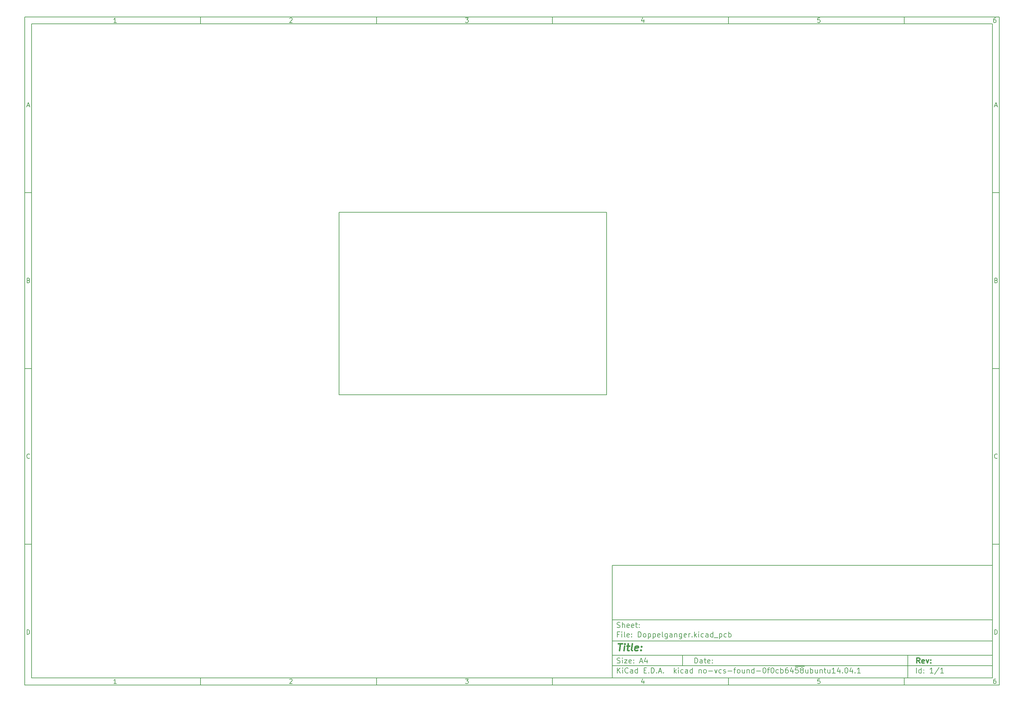
<source format=gm1>
G04 #@! TF.GenerationSoftware,KiCad,Pcbnew,no-vcs-found-0f0cb64~58~ubuntu14.04.1*
G04 #@! TF.CreationDate,2017-03-27T23:46:48+02:00*
G04 #@! TF.ProjectId,Doppelganger,446F7070656C67616E6765722E6B6963,rev?*
G04 #@! TF.FileFunction,Profile,NP*
%FSLAX46Y46*%
G04 Gerber Fmt 4.6, Leading zero omitted, Abs format (unit mm)*
G04 Created by KiCad (PCBNEW no-vcs-found-0f0cb64~58~ubuntu14.04.1) date Mon Mar 27 23:46:48 2017*
%MOMM*%
%LPD*%
G01*
G04 APERTURE LIST*
%ADD10C,0.100000*%
%ADD11C,0.150000*%
%ADD12C,0.300000*%
%ADD13C,0.400000*%
G04 APERTURE END LIST*
D10*
D11*
X177002200Y-166007200D02*
X177002200Y-198007200D01*
X285002200Y-198007200D01*
X285002200Y-166007200D01*
X177002200Y-166007200D01*
D10*
D11*
X10000000Y-10000000D02*
X10000000Y-200007200D01*
X287002200Y-200007200D01*
X287002200Y-10000000D01*
X10000000Y-10000000D01*
D10*
D11*
X12000000Y-12000000D02*
X12000000Y-198007200D01*
X285002200Y-198007200D01*
X285002200Y-12000000D01*
X12000000Y-12000000D01*
D10*
D11*
X60000000Y-12000000D02*
X60000000Y-10000000D01*
D10*
D11*
X110000000Y-12000000D02*
X110000000Y-10000000D01*
D10*
D11*
X160000000Y-12000000D02*
X160000000Y-10000000D01*
D10*
D11*
X210000000Y-12000000D02*
X210000000Y-10000000D01*
D10*
D11*
X260000000Y-12000000D02*
X260000000Y-10000000D01*
D10*
D11*
X36065476Y-11588095D02*
X35322619Y-11588095D01*
X35694047Y-11588095D02*
X35694047Y-10288095D01*
X35570238Y-10473809D01*
X35446428Y-10597619D01*
X35322619Y-10659523D01*
D10*
D11*
X85322619Y-10411904D02*
X85384523Y-10350000D01*
X85508333Y-10288095D01*
X85817857Y-10288095D01*
X85941666Y-10350000D01*
X86003571Y-10411904D01*
X86065476Y-10535714D01*
X86065476Y-10659523D01*
X86003571Y-10845238D01*
X85260714Y-11588095D01*
X86065476Y-11588095D01*
D10*
D11*
X135260714Y-10288095D02*
X136065476Y-10288095D01*
X135632142Y-10783333D01*
X135817857Y-10783333D01*
X135941666Y-10845238D01*
X136003571Y-10907142D01*
X136065476Y-11030952D01*
X136065476Y-11340476D01*
X136003571Y-11464285D01*
X135941666Y-11526190D01*
X135817857Y-11588095D01*
X135446428Y-11588095D01*
X135322619Y-11526190D01*
X135260714Y-11464285D01*
D10*
D11*
X185941666Y-10721428D02*
X185941666Y-11588095D01*
X185632142Y-10226190D02*
X185322619Y-11154761D01*
X186127380Y-11154761D01*
D10*
D11*
X236003571Y-10288095D02*
X235384523Y-10288095D01*
X235322619Y-10907142D01*
X235384523Y-10845238D01*
X235508333Y-10783333D01*
X235817857Y-10783333D01*
X235941666Y-10845238D01*
X236003571Y-10907142D01*
X236065476Y-11030952D01*
X236065476Y-11340476D01*
X236003571Y-11464285D01*
X235941666Y-11526190D01*
X235817857Y-11588095D01*
X235508333Y-11588095D01*
X235384523Y-11526190D01*
X235322619Y-11464285D01*
D10*
D11*
X285941666Y-10288095D02*
X285694047Y-10288095D01*
X285570238Y-10350000D01*
X285508333Y-10411904D01*
X285384523Y-10597619D01*
X285322619Y-10845238D01*
X285322619Y-11340476D01*
X285384523Y-11464285D01*
X285446428Y-11526190D01*
X285570238Y-11588095D01*
X285817857Y-11588095D01*
X285941666Y-11526190D01*
X286003571Y-11464285D01*
X286065476Y-11340476D01*
X286065476Y-11030952D01*
X286003571Y-10907142D01*
X285941666Y-10845238D01*
X285817857Y-10783333D01*
X285570238Y-10783333D01*
X285446428Y-10845238D01*
X285384523Y-10907142D01*
X285322619Y-11030952D01*
D10*
D11*
X60000000Y-198007200D02*
X60000000Y-200007200D01*
D10*
D11*
X110000000Y-198007200D02*
X110000000Y-200007200D01*
D10*
D11*
X160000000Y-198007200D02*
X160000000Y-200007200D01*
D10*
D11*
X210000000Y-198007200D02*
X210000000Y-200007200D01*
D10*
D11*
X260000000Y-198007200D02*
X260000000Y-200007200D01*
D10*
D11*
X36065476Y-199595295D02*
X35322619Y-199595295D01*
X35694047Y-199595295D02*
X35694047Y-198295295D01*
X35570238Y-198481009D01*
X35446428Y-198604819D01*
X35322619Y-198666723D01*
D10*
D11*
X85322619Y-198419104D02*
X85384523Y-198357200D01*
X85508333Y-198295295D01*
X85817857Y-198295295D01*
X85941666Y-198357200D01*
X86003571Y-198419104D01*
X86065476Y-198542914D01*
X86065476Y-198666723D01*
X86003571Y-198852438D01*
X85260714Y-199595295D01*
X86065476Y-199595295D01*
D10*
D11*
X135260714Y-198295295D02*
X136065476Y-198295295D01*
X135632142Y-198790533D01*
X135817857Y-198790533D01*
X135941666Y-198852438D01*
X136003571Y-198914342D01*
X136065476Y-199038152D01*
X136065476Y-199347676D01*
X136003571Y-199471485D01*
X135941666Y-199533390D01*
X135817857Y-199595295D01*
X135446428Y-199595295D01*
X135322619Y-199533390D01*
X135260714Y-199471485D01*
D10*
D11*
X185941666Y-198728628D02*
X185941666Y-199595295D01*
X185632142Y-198233390D02*
X185322619Y-199161961D01*
X186127380Y-199161961D01*
D10*
D11*
X236003571Y-198295295D02*
X235384523Y-198295295D01*
X235322619Y-198914342D01*
X235384523Y-198852438D01*
X235508333Y-198790533D01*
X235817857Y-198790533D01*
X235941666Y-198852438D01*
X236003571Y-198914342D01*
X236065476Y-199038152D01*
X236065476Y-199347676D01*
X236003571Y-199471485D01*
X235941666Y-199533390D01*
X235817857Y-199595295D01*
X235508333Y-199595295D01*
X235384523Y-199533390D01*
X235322619Y-199471485D01*
D10*
D11*
X285941666Y-198295295D02*
X285694047Y-198295295D01*
X285570238Y-198357200D01*
X285508333Y-198419104D01*
X285384523Y-198604819D01*
X285322619Y-198852438D01*
X285322619Y-199347676D01*
X285384523Y-199471485D01*
X285446428Y-199533390D01*
X285570238Y-199595295D01*
X285817857Y-199595295D01*
X285941666Y-199533390D01*
X286003571Y-199471485D01*
X286065476Y-199347676D01*
X286065476Y-199038152D01*
X286003571Y-198914342D01*
X285941666Y-198852438D01*
X285817857Y-198790533D01*
X285570238Y-198790533D01*
X285446428Y-198852438D01*
X285384523Y-198914342D01*
X285322619Y-199038152D01*
D10*
D11*
X10000000Y-60000000D02*
X12000000Y-60000000D01*
D10*
D11*
X10000000Y-110000000D02*
X12000000Y-110000000D01*
D10*
D11*
X10000000Y-160000000D02*
X12000000Y-160000000D01*
D10*
D11*
X10690476Y-35216666D02*
X11309523Y-35216666D01*
X10566666Y-35588095D02*
X11000000Y-34288095D01*
X11433333Y-35588095D01*
D10*
D11*
X11092857Y-84907142D02*
X11278571Y-84969047D01*
X11340476Y-85030952D01*
X11402380Y-85154761D01*
X11402380Y-85340476D01*
X11340476Y-85464285D01*
X11278571Y-85526190D01*
X11154761Y-85588095D01*
X10659523Y-85588095D01*
X10659523Y-84288095D01*
X11092857Y-84288095D01*
X11216666Y-84350000D01*
X11278571Y-84411904D01*
X11340476Y-84535714D01*
X11340476Y-84659523D01*
X11278571Y-84783333D01*
X11216666Y-84845238D01*
X11092857Y-84907142D01*
X10659523Y-84907142D01*
D10*
D11*
X11402380Y-135464285D02*
X11340476Y-135526190D01*
X11154761Y-135588095D01*
X11030952Y-135588095D01*
X10845238Y-135526190D01*
X10721428Y-135402380D01*
X10659523Y-135278571D01*
X10597619Y-135030952D01*
X10597619Y-134845238D01*
X10659523Y-134597619D01*
X10721428Y-134473809D01*
X10845238Y-134350000D01*
X11030952Y-134288095D01*
X11154761Y-134288095D01*
X11340476Y-134350000D01*
X11402380Y-134411904D01*
D10*
D11*
X10659523Y-185588095D02*
X10659523Y-184288095D01*
X10969047Y-184288095D01*
X11154761Y-184350000D01*
X11278571Y-184473809D01*
X11340476Y-184597619D01*
X11402380Y-184845238D01*
X11402380Y-185030952D01*
X11340476Y-185278571D01*
X11278571Y-185402380D01*
X11154761Y-185526190D01*
X10969047Y-185588095D01*
X10659523Y-185588095D01*
D10*
D11*
X287002200Y-60000000D02*
X285002200Y-60000000D01*
D10*
D11*
X287002200Y-110000000D02*
X285002200Y-110000000D01*
D10*
D11*
X287002200Y-160000000D02*
X285002200Y-160000000D01*
D10*
D11*
X285692676Y-35216666D02*
X286311723Y-35216666D01*
X285568866Y-35588095D02*
X286002200Y-34288095D01*
X286435533Y-35588095D01*
D10*
D11*
X286095057Y-84907142D02*
X286280771Y-84969047D01*
X286342676Y-85030952D01*
X286404580Y-85154761D01*
X286404580Y-85340476D01*
X286342676Y-85464285D01*
X286280771Y-85526190D01*
X286156961Y-85588095D01*
X285661723Y-85588095D01*
X285661723Y-84288095D01*
X286095057Y-84288095D01*
X286218866Y-84350000D01*
X286280771Y-84411904D01*
X286342676Y-84535714D01*
X286342676Y-84659523D01*
X286280771Y-84783333D01*
X286218866Y-84845238D01*
X286095057Y-84907142D01*
X285661723Y-84907142D01*
D10*
D11*
X286404580Y-135464285D02*
X286342676Y-135526190D01*
X286156961Y-135588095D01*
X286033152Y-135588095D01*
X285847438Y-135526190D01*
X285723628Y-135402380D01*
X285661723Y-135278571D01*
X285599819Y-135030952D01*
X285599819Y-134845238D01*
X285661723Y-134597619D01*
X285723628Y-134473809D01*
X285847438Y-134350000D01*
X286033152Y-134288095D01*
X286156961Y-134288095D01*
X286342676Y-134350000D01*
X286404580Y-134411904D01*
D10*
D11*
X285661723Y-185588095D02*
X285661723Y-184288095D01*
X285971247Y-184288095D01*
X286156961Y-184350000D01*
X286280771Y-184473809D01*
X286342676Y-184597619D01*
X286404580Y-184845238D01*
X286404580Y-185030952D01*
X286342676Y-185278571D01*
X286280771Y-185402380D01*
X286156961Y-185526190D01*
X285971247Y-185588095D01*
X285661723Y-185588095D01*
D10*
D11*
X200434342Y-193785771D02*
X200434342Y-192285771D01*
X200791485Y-192285771D01*
X201005771Y-192357200D01*
X201148628Y-192500057D01*
X201220057Y-192642914D01*
X201291485Y-192928628D01*
X201291485Y-193142914D01*
X201220057Y-193428628D01*
X201148628Y-193571485D01*
X201005771Y-193714342D01*
X200791485Y-193785771D01*
X200434342Y-193785771D01*
X202577200Y-193785771D02*
X202577200Y-193000057D01*
X202505771Y-192857200D01*
X202362914Y-192785771D01*
X202077200Y-192785771D01*
X201934342Y-192857200D01*
X202577200Y-193714342D02*
X202434342Y-193785771D01*
X202077200Y-193785771D01*
X201934342Y-193714342D01*
X201862914Y-193571485D01*
X201862914Y-193428628D01*
X201934342Y-193285771D01*
X202077200Y-193214342D01*
X202434342Y-193214342D01*
X202577200Y-193142914D01*
X203077200Y-192785771D02*
X203648628Y-192785771D01*
X203291485Y-192285771D02*
X203291485Y-193571485D01*
X203362914Y-193714342D01*
X203505771Y-193785771D01*
X203648628Y-193785771D01*
X204720057Y-193714342D02*
X204577200Y-193785771D01*
X204291485Y-193785771D01*
X204148628Y-193714342D01*
X204077200Y-193571485D01*
X204077200Y-193000057D01*
X204148628Y-192857200D01*
X204291485Y-192785771D01*
X204577200Y-192785771D01*
X204720057Y-192857200D01*
X204791485Y-193000057D01*
X204791485Y-193142914D01*
X204077200Y-193285771D01*
X205434342Y-193642914D02*
X205505771Y-193714342D01*
X205434342Y-193785771D01*
X205362914Y-193714342D01*
X205434342Y-193642914D01*
X205434342Y-193785771D01*
X205434342Y-192857200D02*
X205505771Y-192928628D01*
X205434342Y-193000057D01*
X205362914Y-192928628D01*
X205434342Y-192857200D01*
X205434342Y-193000057D01*
D10*
D11*
X177002200Y-194507200D02*
X285002200Y-194507200D01*
D10*
D11*
X178434342Y-196585771D02*
X178434342Y-195085771D01*
X179291485Y-196585771D02*
X178648628Y-195728628D01*
X179291485Y-195085771D02*
X178434342Y-195942914D01*
X179934342Y-196585771D02*
X179934342Y-195585771D01*
X179934342Y-195085771D02*
X179862914Y-195157200D01*
X179934342Y-195228628D01*
X180005771Y-195157200D01*
X179934342Y-195085771D01*
X179934342Y-195228628D01*
X181505771Y-196442914D02*
X181434342Y-196514342D01*
X181220057Y-196585771D01*
X181077200Y-196585771D01*
X180862914Y-196514342D01*
X180720057Y-196371485D01*
X180648628Y-196228628D01*
X180577200Y-195942914D01*
X180577200Y-195728628D01*
X180648628Y-195442914D01*
X180720057Y-195300057D01*
X180862914Y-195157200D01*
X181077200Y-195085771D01*
X181220057Y-195085771D01*
X181434342Y-195157200D01*
X181505771Y-195228628D01*
X182791485Y-196585771D02*
X182791485Y-195800057D01*
X182720057Y-195657200D01*
X182577200Y-195585771D01*
X182291485Y-195585771D01*
X182148628Y-195657200D01*
X182791485Y-196514342D02*
X182648628Y-196585771D01*
X182291485Y-196585771D01*
X182148628Y-196514342D01*
X182077200Y-196371485D01*
X182077200Y-196228628D01*
X182148628Y-196085771D01*
X182291485Y-196014342D01*
X182648628Y-196014342D01*
X182791485Y-195942914D01*
X184148628Y-196585771D02*
X184148628Y-195085771D01*
X184148628Y-196514342D02*
X184005771Y-196585771D01*
X183720057Y-196585771D01*
X183577200Y-196514342D01*
X183505771Y-196442914D01*
X183434342Y-196300057D01*
X183434342Y-195871485D01*
X183505771Y-195728628D01*
X183577200Y-195657200D01*
X183720057Y-195585771D01*
X184005771Y-195585771D01*
X184148628Y-195657200D01*
X186005771Y-195800057D02*
X186505771Y-195800057D01*
X186720057Y-196585771D02*
X186005771Y-196585771D01*
X186005771Y-195085771D01*
X186720057Y-195085771D01*
X187362914Y-196442914D02*
X187434342Y-196514342D01*
X187362914Y-196585771D01*
X187291485Y-196514342D01*
X187362914Y-196442914D01*
X187362914Y-196585771D01*
X188077200Y-196585771D02*
X188077200Y-195085771D01*
X188434342Y-195085771D01*
X188648628Y-195157200D01*
X188791485Y-195300057D01*
X188862914Y-195442914D01*
X188934342Y-195728628D01*
X188934342Y-195942914D01*
X188862914Y-196228628D01*
X188791485Y-196371485D01*
X188648628Y-196514342D01*
X188434342Y-196585771D01*
X188077200Y-196585771D01*
X189577200Y-196442914D02*
X189648628Y-196514342D01*
X189577200Y-196585771D01*
X189505771Y-196514342D01*
X189577200Y-196442914D01*
X189577200Y-196585771D01*
X190220057Y-196157200D02*
X190934342Y-196157200D01*
X190077200Y-196585771D02*
X190577200Y-195085771D01*
X191077200Y-196585771D01*
X191577200Y-196442914D02*
X191648628Y-196514342D01*
X191577200Y-196585771D01*
X191505771Y-196514342D01*
X191577200Y-196442914D01*
X191577200Y-196585771D01*
X194577200Y-196585771D02*
X194577200Y-195085771D01*
X194720057Y-196014342D02*
X195148628Y-196585771D01*
X195148628Y-195585771D02*
X194577200Y-196157200D01*
X195791485Y-196585771D02*
X195791485Y-195585771D01*
X195791485Y-195085771D02*
X195720057Y-195157200D01*
X195791485Y-195228628D01*
X195862914Y-195157200D01*
X195791485Y-195085771D01*
X195791485Y-195228628D01*
X197148628Y-196514342D02*
X197005771Y-196585771D01*
X196720057Y-196585771D01*
X196577200Y-196514342D01*
X196505771Y-196442914D01*
X196434342Y-196300057D01*
X196434342Y-195871485D01*
X196505771Y-195728628D01*
X196577200Y-195657200D01*
X196720057Y-195585771D01*
X197005771Y-195585771D01*
X197148628Y-195657200D01*
X198434342Y-196585771D02*
X198434342Y-195800057D01*
X198362914Y-195657200D01*
X198220057Y-195585771D01*
X197934342Y-195585771D01*
X197791485Y-195657200D01*
X198434342Y-196514342D02*
X198291485Y-196585771D01*
X197934342Y-196585771D01*
X197791485Y-196514342D01*
X197720057Y-196371485D01*
X197720057Y-196228628D01*
X197791485Y-196085771D01*
X197934342Y-196014342D01*
X198291485Y-196014342D01*
X198434342Y-195942914D01*
X199791485Y-196585771D02*
X199791485Y-195085771D01*
X199791485Y-196514342D02*
X199648628Y-196585771D01*
X199362914Y-196585771D01*
X199220057Y-196514342D01*
X199148628Y-196442914D01*
X199077200Y-196300057D01*
X199077200Y-195871485D01*
X199148628Y-195728628D01*
X199220057Y-195657200D01*
X199362914Y-195585771D01*
X199648628Y-195585771D01*
X199791485Y-195657200D01*
X201648628Y-195585771D02*
X201648628Y-196585771D01*
X201648628Y-195728628D02*
X201720057Y-195657200D01*
X201862914Y-195585771D01*
X202077200Y-195585771D01*
X202220057Y-195657200D01*
X202291485Y-195800057D01*
X202291485Y-196585771D01*
X203220057Y-196585771D02*
X203077200Y-196514342D01*
X203005771Y-196442914D01*
X202934342Y-196300057D01*
X202934342Y-195871485D01*
X203005771Y-195728628D01*
X203077200Y-195657200D01*
X203220057Y-195585771D01*
X203434342Y-195585771D01*
X203577200Y-195657200D01*
X203648628Y-195728628D01*
X203720057Y-195871485D01*
X203720057Y-196300057D01*
X203648628Y-196442914D01*
X203577200Y-196514342D01*
X203434342Y-196585771D01*
X203220057Y-196585771D01*
X204362914Y-196014342D02*
X205505771Y-196014342D01*
X206077200Y-195585771D02*
X206434342Y-196585771D01*
X206791485Y-195585771D01*
X208005771Y-196514342D02*
X207862914Y-196585771D01*
X207577200Y-196585771D01*
X207434342Y-196514342D01*
X207362914Y-196442914D01*
X207291485Y-196300057D01*
X207291485Y-195871485D01*
X207362914Y-195728628D01*
X207434342Y-195657200D01*
X207577200Y-195585771D01*
X207862914Y-195585771D01*
X208005771Y-195657200D01*
X208577200Y-196514342D02*
X208720057Y-196585771D01*
X209005771Y-196585771D01*
X209148628Y-196514342D01*
X209220057Y-196371485D01*
X209220057Y-196300057D01*
X209148628Y-196157200D01*
X209005771Y-196085771D01*
X208791485Y-196085771D01*
X208648628Y-196014342D01*
X208577200Y-195871485D01*
X208577200Y-195800057D01*
X208648628Y-195657200D01*
X208791485Y-195585771D01*
X209005771Y-195585771D01*
X209148628Y-195657200D01*
X209862914Y-196014342D02*
X211005771Y-196014342D01*
X211505771Y-195585771D02*
X212077200Y-195585771D01*
X211720057Y-196585771D02*
X211720057Y-195300057D01*
X211791485Y-195157200D01*
X211934342Y-195085771D01*
X212077200Y-195085771D01*
X212791485Y-196585771D02*
X212648628Y-196514342D01*
X212577200Y-196442914D01*
X212505771Y-196300057D01*
X212505771Y-195871485D01*
X212577200Y-195728628D01*
X212648628Y-195657200D01*
X212791485Y-195585771D01*
X213005771Y-195585771D01*
X213148628Y-195657200D01*
X213220057Y-195728628D01*
X213291485Y-195871485D01*
X213291485Y-196300057D01*
X213220057Y-196442914D01*
X213148628Y-196514342D01*
X213005771Y-196585771D01*
X212791485Y-196585771D01*
X214577200Y-195585771D02*
X214577200Y-196585771D01*
X213934342Y-195585771D02*
X213934342Y-196371485D01*
X214005771Y-196514342D01*
X214148628Y-196585771D01*
X214362914Y-196585771D01*
X214505771Y-196514342D01*
X214577200Y-196442914D01*
X215291485Y-195585771D02*
X215291485Y-196585771D01*
X215291485Y-195728628D02*
X215362914Y-195657200D01*
X215505771Y-195585771D01*
X215720057Y-195585771D01*
X215862914Y-195657200D01*
X215934342Y-195800057D01*
X215934342Y-196585771D01*
X217291485Y-196585771D02*
X217291485Y-195085771D01*
X217291485Y-196514342D02*
X217148628Y-196585771D01*
X216862914Y-196585771D01*
X216720057Y-196514342D01*
X216648628Y-196442914D01*
X216577200Y-196300057D01*
X216577200Y-195871485D01*
X216648628Y-195728628D01*
X216720057Y-195657200D01*
X216862914Y-195585771D01*
X217148628Y-195585771D01*
X217291485Y-195657200D01*
X218005771Y-196014342D02*
X219148628Y-196014342D01*
X220148628Y-195085771D02*
X220291485Y-195085771D01*
X220434342Y-195157200D01*
X220505771Y-195228628D01*
X220577200Y-195371485D01*
X220648628Y-195657200D01*
X220648628Y-196014342D01*
X220577200Y-196300057D01*
X220505771Y-196442914D01*
X220434342Y-196514342D01*
X220291485Y-196585771D01*
X220148628Y-196585771D01*
X220005771Y-196514342D01*
X219934342Y-196442914D01*
X219862914Y-196300057D01*
X219791485Y-196014342D01*
X219791485Y-195657200D01*
X219862914Y-195371485D01*
X219934342Y-195228628D01*
X220005771Y-195157200D01*
X220148628Y-195085771D01*
X221077200Y-195585771D02*
X221648628Y-195585771D01*
X221291485Y-196585771D02*
X221291485Y-195300057D01*
X221362914Y-195157200D01*
X221505771Y-195085771D01*
X221648628Y-195085771D01*
X222434342Y-195085771D02*
X222577200Y-195085771D01*
X222720057Y-195157200D01*
X222791485Y-195228628D01*
X222862914Y-195371485D01*
X222934342Y-195657200D01*
X222934342Y-196014342D01*
X222862914Y-196300057D01*
X222791485Y-196442914D01*
X222720057Y-196514342D01*
X222577200Y-196585771D01*
X222434342Y-196585771D01*
X222291485Y-196514342D01*
X222220057Y-196442914D01*
X222148628Y-196300057D01*
X222077200Y-196014342D01*
X222077200Y-195657200D01*
X222148628Y-195371485D01*
X222220057Y-195228628D01*
X222291485Y-195157200D01*
X222434342Y-195085771D01*
X224220057Y-196514342D02*
X224077200Y-196585771D01*
X223791485Y-196585771D01*
X223648628Y-196514342D01*
X223577200Y-196442914D01*
X223505771Y-196300057D01*
X223505771Y-195871485D01*
X223577200Y-195728628D01*
X223648628Y-195657200D01*
X223791485Y-195585771D01*
X224077200Y-195585771D01*
X224220057Y-195657200D01*
X224862914Y-196585771D02*
X224862914Y-195085771D01*
X224862914Y-195657200D02*
X225005771Y-195585771D01*
X225291485Y-195585771D01*
X225434342Y-195657200D01*
X225505771Y-195728628D01*
X225577200Y-195871485D01*
X225577200Y-196300057D01*
X225505771Y-196442914D01*
X225434342Y-196514342D01*
X225291485Y-196585771D01*
X225005771Y-196585771D01*
X224862914Y-196514342D01*
X226862914Y-195085771D02*
X226577200Y-195085771D01*
X226434342Y-195157200D01*
X226362914Y-195228628D01*
X226220057Y-195442914D01*
X226148628Y-195728628D01*
X226148628Y-196300057D01*
X226220057Y-196442914D01*
X226291485Y-196514342D01*
X226434342Y-196585771D01*
X226720057Y-196585771D01*
X226862914Y-196514342D01*
X226934342Y-196442914D01*
X227005771Y-196300057D01*
X227005771Y-195942914D01*
X226934342Y-195800057D01*
X226862914Y-195728628D01*
X226720057Y-195657200D01*
X226434342Y-195657200D01*
X226291485Y-195728628D01*
X226220057Y-195800057D01*
X226148628Y-195942914D01*
X228291485Y-195585771D02*
X228291485Y-196585771D01*
X227934342Y-195014342D02*
X227577200Y-196085771D01*
X228505771Y-196085771D01*
X228967557Y-194677200D02*
X230148628Y-194677200D01*
X229791485Y-195085771D02*
X229077200Y-195085771D01*
X229005771Y-195800057D01*
X229077200Y-195728628D01*
X229220057Y-195657200D01*
X229577200Y-195657200D01*
X229720057Y-195728628D01*
X229791485Y-195800057D01*
X229862914Y-195942914D01*
X229862914Y-196300057D01*
X229791485Y-196442914D01*
X229720057Y-196514342D01*
X229577200Y-196585771D01*
X229220057Y-196585771D01*
X229077200Y-196514342D01*
X229005771Y-196442914D01*
X230148628Y-194677200D02*
X231577200Y-194677200D01*
X230720057Y-195728628D02*
X230577200Y-195657200D01*
X230505771Y-195585771D01*
X230434342Y-195442914D01*
X230434342Y-195371485D01*
X230505771Y-195228628D01*
X230577200Y-195157200D01*
X230720057Y-195085771D01*
X231005771Y-195085771D01*
X231148628Y-195157200D01*
X231220057Y-195228628D01*
X231291485Y-195371485D01*
X231291485Y-195442914D01*
X231220057Y-195585771D01*
X231148628Y-195657200D01*
X231005771Y-195728628D01*
X230720057Y-195728628D01*
X230577200Y-195800057D01*
X230505771Y-195871485D01*
X230434342Y-196014342D01*
X230434342Y-196300057D01*
X230505771Y-196442914D01*
X230577200Y-196514342D01*
X230720057Y-196585771D01*
X231005771Y-196585771D01*
X231148628Y-196514342D01*
X231220057Y-196442914D01*
X231291485Y-196300057D01*
X231291485Y-196014342D01*
X231220057Y-195871485D01*
X231148628Y-195800057D01*
X231005771Y-195728628D01*
X232577200Y-195585771D02*
X232577200Y-196585771D01*
X231934342Y-195585771D02*
X231934342Y-196371485D01*
X232005771Y-196514342D01*
X232148628Y-196585771D01*
X232362914Y-196585771D01*
X232505771Y-196514342D01*
X232577200Y-196442914D01*
X233291485Y-196585771D02*
X233291485Y-195085771D01*
X233291485Y-195657200D02*
X233434342Y-195585771D01*
X233720057Y-195585771D01*
X233862914Y-195657200D01*
X233934342Y-195728628D01*
X234005771Y-195871485D01*
X234005771Y-196300057D01*
X233934342Y-196442914D01*
X233862914Y-196514342D01*
X233720057Y-196585771D01*
X233434342Y-196585771D01*
X233291485Y-196514342D01*
X235291485Y-195585771D02*
X235291485Y-196585771D01*
X234648628Y-195585771D02*
X234648628Y-196371485D01*
X234720057Y-196514342D01*
X234862914Y-196585771D01*
X235077200Y-196585771D01*
X235220057Y-196514342D01*
X235291485Y-196442914D01*
X236005771Y-195585771D02*
X236005771Y-196585771D01*
X236005771Y-195728628D02*
X236077200Y-195657200D01*
X236220057Y-195585771D01*
X236434342Y-195585771D01*
X236577200Y-195657200D01*
X236648628Y-195800057D01*
X236648628Y-196585771D01*
X237148628Y-195585771D02*
X237720057Y-195585771D01*
X237362914Y-195085771D02*
X237362914Y-196371485D01*
X237434342Y-196514342D01*
X237577200Y-196585771D01*
X237720057Y-196585771D01*
X238862914Y-195585771D02*
X238862914Y-196585771D01*
X238220057Y-195585771D02*
X238220057Y-196371485D01*
X238291485Y-196514342D01*
X238434342Y-196585771D01*
X238648628Y-196585771D01*
X238791485Y-196514342D01*
X238862914Y-196442914D01*
X240362914Y-196585771D02*
X239505771Y-196585771D01*
X239934342Y-196585771D02*
X239934342Y-195085771D01*
X239791485Y-195300057D01*
X239648628Y-195442914D01*
X239505771Y-195514342D01*
X241648628Y-195585771D02*
X241648628Y-196585771D01*
X241291485Y-195014342D02*
X240934342Y-196085771D01*
X241862914Y-196085771D01*
X242434342Y-196442914D02*
X242505771Y-196514342D01*
X242434342Y-196585771D01*
X242362914Y-196514342D01*
X242434342Y-196442914D01*
X242434342Y-196585771D01*
X243434342Y-195085771D02*
X243577200Y-195085771D01*
X243720057Y-195157200D01*
X243791485Y-195228628D01*
X243862914Y-195371485D01*
X243934342Y-195657200D01*
X243934342Y-196014342D01*
X243862914Y-196300057D01*
X243791485Y-196442914D01*
X243720057Y-196514342D01*
X243577200Y-196585771D01*
X243434342Y-196585771D01*
X243291485Y-196514342D01*
X243220057Y-196442914D01*
X243148628Y-196300057D01*
X243077200Y-196014342D01*
X243077200Y-195657200D01*
X243148628Y-195371485D01*
X243220057Y-195228628D01*
X243291485Y-195157200D01*
X243434342Y-195085771D01*
X245220057Y-195585771D02*
X245220057Y-196585771D01*
X244862914Y-195014342D02*
X244505771Y-196085771D01*
X245434342Y-196085771D01*
X246005771Y-196442914D02*
X246077200Y-196514342D01*
X246005771Y-196585771D01*
X245934342Y-196514342D01*
X246005771Y-196442914D01*
X246005771Y-196585771D01*
X247505771Y-196585771D02*
X246648628Y-196585771D01*
X247077200Y-196585771D02*
X247077200Y-195085771D01*
X246934342Y-195300057D01*
X246791485Y-195442914D01*
X246648628Y-195514342D01*
D10*
D11*
X177002200Y-191507200D02*
X285002200Y-191507200D01*
D10*
D12*
X264411485Y-193785771D02*
X263911485Y-193071485D01*
X263554342Y-193785771D02*
X263554342Y-192285771D01*
X264125771Y-192285771D01*
X264268628Y-192357200D01*
X264340057Y-192428628D01*
X264411485Y-192571485D01*
X264411485Y-192785771D01*
X264340057Y-192928628D01*
X264268628Y-193000057D01*
X264125771Y-193071485D01*
X263554342Y-193071485D01*
X265625771Y-193714342D02*
X265482914Y-193785771D01*
X265197200Y-193785771D01*
X265054342Y-193714342D01*
X264982914Y-193571485D01*
X264982914Y-193000057D01*
X265054342Y-192857200D01*
X265197200Y-192785771D01*
X265482914Y-192785771D01*
X265625771Y-192857200D01*
X265697200Y-193000057D01*
X265697200Y-193142914D01*
X264982914Y-193285771D01*
X266197200Y-192785771D02*
X266554342Y-193785771D01*
X266911485Y-192785771D01*
X267482914Y-193642914D02*
X267554342Y-193714342D01*
X267482914Y-193785771D01*
X267411485Y-193714342D01*
X267482914Y-193642914D01*
X267482914Y-193785771D01*
X267482914Y-192857200D02*
X267554342Y-192928628D01*
X267482914Y-193000057D01*
X267411485Y-192928628D01*
X267482914Y-192857200D01*
X267482914Y-193000057D01*
D10*
D11*
X178362914Y-193714342D02*
X178577200Y-193785771D01*
X178934342Y-193785771D01*
X179077200Y-193714342D01*
X179148628Y-193642914D01*
X179220057Y-193500057D01*
X179220057Y-193357200D01*
X179148628Y-193214342D01*
X179077200Y-193142914D01*
X178934342Y-193071485D01*
X178648628Y-193000057D01*
X178505771Y-192928628D01*
X178434342Y-192857200D01*
X178362914Y-192714342D01*
X178362914Y-192571485D01*
X178434342Y-192428628D01*
X178505771Y-192357200D01*
X178648628Y-192285771D01*
X179005771Y-192285771D01*
X179220057Y-192357200D01*
X179862914Y-193785771D02*
X179862914Y-192785771D01*
X179862914Y-192285771D02*
X179791485Y-192357200D01*
X179862914Y-192428628D01*
X179934342Y-192357200D01*
X179862914Y-192285771D01*
X179862914Y-192428628D01*
X180434342Y-192785771D02*
X181220057Y-192785771D01*
X180434342Y-193785771D01*
X181220057Y-193785771D01*
X182362914Y-193714342D02*
X182220057Y-193785771D01*
X181934342Y-193785771D01*
X181791485Y-193714342D01*
X181720057Y-193571485D01*
X181720057Y-193000057D01*
X181791485Y-192857200D01*
X181934342Y-192785771D01*
X182220057Y-192785771D01*
X182362914Y-192857200D01*
X182434342Y-193000057D01*
X182434342Y-193142914D01*
X181720057Y-193285771D01*
X183077200Y-193642914D02*
X183148628Y-193714342D01*
X183077200Y-193785771D01*
X183005771Y-193714342D01*
X183077200Y-193642914D01*
X183077200Y-193785771D01*
X183077200Y-192857200D02*
X183148628Y-192928628D01*
X183077200Y-193000057D01*
X183005771Y-192928628D01*
X183077200Y-192857200D01*
X183077200Y-193000057D01*
X184862914Y-193357200D02*
X185577200Y-193357200D01*
X184720057Y-193785771D02*
X185220057Y-192285771D01*
X185720057Y-193785771D01*
X186862914Y-192785771D02*
X186862914Y-193785771D01*
X186505771Y-192214342D02*
X186148628Y-193285771D01*
X187077200Y-193285771D01*
D10*
D11*
X263434342Y-196585771D02*
X263434342Y-195085771D01*
X264791485Y-196585771D02*
X264791485Y-195085771D01*
X264791485Y-196514342D02*
X264648628Y-196585771D01*
X264362914Y-196585771D01*
X264220057Y-196514342D01*
X264148628Y-196442914D01*
X264077200Y-196300057D01*
X264077200Y-195871485D01*
X264148628Y-195728628D01*
X264220057Y-195657200D01*
X264362914Y-195585771D01*
X264648628Y-195585771D01*
X264791485Y-195657200D01*
X265505771Y-196442914D02*
X265577200Y-196514342D01*
X265505771Y-196585771D01*
X265434342Y-196514342D01*
X265505771Y-196442914D01*
X265505771Y-196585771D01*
X265505771Y-195657200D02*
X265577200Y-195728628D01*
X265505771Y-195800057D01*
X265434342Y-195728628D01*
X265505771Y-195657200D01*
X265505771Y-195800057D01*
X268148628Y-196585771D02*
X267291485Y-196585771D01*
X267720057Y-196585771D02*
X267720057Y-195085771D01*
X267577200Y-195300057D01*
X267434342Y-195442914D01*
X267291485Y-195514342D01*
X269862914Y-195014342D02*
X268577200Y-196942914D01*
X271148628Y-196585771D02*
X270291485Y-196585771D01*
X270720057Y-196585771D02*
X270720057Y-195085771D01*
X270577200Y-195300057D01*
X270434342Y-195442914D01*
X270291485Y-195514342D01*
D10*
D11*
X177002200Y-187507200D02*
X285002200Y-187507200D01*
D10*
D13*
X178714580Y-188211961D02*
X179857438Y-188211961D01*
X179036009Y-190211961D02*
X179286009Y-188211961D01*
X180274104Y-190211961D02*
X180440771Y-188878628D01*
X180524104Y-188211961D02*
X180416961Y-188307200D01*
X180500295Y-188402438D01*
X180607438Y-188307200D01*
X180524104Y-188211961D01*
X180500295Y-188402438D01*
X181107438Y-188878628D02*
X181869342Y-188878628D01*
X181476485Y-188211961D02*
X181262200Y-189926247D01*
X181333628Y-190116723D01*
X181512200Y-190211961D01*
X181702676Y-190211961D01*
X182655057Y-190211961D02*
X182476485Y-190116723D01*
X182405057Y-189926247D01*
X182619342Y-188211961D01*
X184190771Y-190116723D02*
X183988390Y-190211961D01*
X183607438Y-190211961D01*
X183428866Y-190116723D01*
X183357438Y-189926247D01*
X183452676Y-189164342D01*
X183571723Y-188973866D01*
X183774104Y-188878628D01*
X184155057Y-188878628D01*
X184333628Y-188973866D01*
X184405057Y-189164342D01*
X184381247Y-189354819D01*
X183405057Y-189545295D01*
X185155057Y-190021485D02*
X185238390Y-190116723D01*
X185131247Y-190211961D01*
X185047914Y-190116723D01*
X185155057Y-190021485D01*
X185131247Y-190211961D01*
X185286009Y-188973866D02*
X185369342Y-189069104D01*
X185262200Y-189164342D01*
X185178866Y-189069104D01*
X185286009Y-188973866D01*
X185262200Y-189164342D01*
D10*
D11*
X178934342Y-185600057D02*
X178434342Y-185600057D01*
X178434342Y-186385771D02*
X178434342Y-184885771D01*
X179148628Y-184885771D01*
X179720057Y-186385771D02*
X179720057Y-185385771D01*
X179720057Y-184885771D02*
X179648628Y-184957200D01*
X179720057Y-185028628D01*
X179791485Y-184957200D01*
X179720057Y-184885771D01*
X179720057Y-185028628D01*
X180648628Y-186385771D02*
X180505771Y-186314342D01*
X180434342Y-186171485D01*
X180434342Y-184885771D01*
X181791485Y-186314342D02*
X181648628Y-186385771D01*
X181362914Y-186385771D01*
X181220057Y-186314342D01*
X181148628Y-186171485D01*
X181148628Y-185600057D01*
X181220057Y-185457200D01*
X181362914Y-185385771D01*
X181648628Y-185385771D01*
X181791485Y-185457200D01*
X181862914Y-185600057D01*
X181862914Y-185742914D01*
X181148628Y-185885771D01*
X182505771Y-186242914D02*
X182577200Y-186314342D01*
X182505771Y-186385771D01*
X182434342Y-186314342D01*
X182505771Y-186242914D01*
X182505771Y-186385771D01*
X182505771Y-185457200D02*
X182577200Y-185528628D01*
X182505771Y-185600057D01*
X182434342Y-185528628D01*
X182505771Y-185457200D01*
X182505771Y-185600057D01*
X184362914Y-186385771D02*
X184362914Y-184885771D01*
X184720057Y-184885771D01*
X184934342Y-184957200D01*
X185077200Y-185100057D01*
X185148628Y-185242914D01*
X185220057Y-185528628D01*
X185220057Y-185742914D01*
X185148628Y-186028628D01*
X185077200Y-186171485D01*
X184934342Y-186314342D01*
X184720057Y-186385771D01*
X184362914Y-186385771D01*
X186077200Y-186385771D02*
X185934342Y-186314342D01*
X185862914Y-186242914D01*
X185791485Y-186100057D01*
X185791485Y-185671485D01*
X185862914Y-185528628D01*
X185934342Y-185457200D01*
X186077200Y-185385771D01*
X186291485Y-185385771D01*
X186434342Y-185457200D01*
X186505771Y-185528628D01*
X186577200Y-185671485D01*
X186577200Y-186100057D01*
X186505771Y-186242914D01*
X186434342Y-186314342D01*
X186291485Y-186385771D01*
X186077200Y-186385771D01*
X187220057Y-185385771D02*
X187220057Y-186885771D01*
X187220057Y-185457200D02*
X187362914Y-185385771D01*
X187648628Y-185385771D01*
X187791485Y-185457200D01*
X187862914Y-185528628D01*
X187934342Y-185671485D01*
X187934342Y-186100057D01*
X187862914Y-186242914D01*
X187791485Y-186314342D01*
X187648628Y-186385771D01*
X187362914Y-186385771D01*
X187220057Y-186314342D01*
X188577200Y-185385771D02*
X188577200Y-186885771D01*
X188577200Y-185457200D02*
X188720057Y-185385771D01*
X189005771Y-185385771D01*
X189148628Y-185457200D01*
X189220057Y-185528628D01*
X189291485Y-185671485D01*
X189291485Y-186100057D01*
X189220057Y-186242914D01*
X189148628Y-186314342D01*
X189005771Y-186385771D01*
X188720057Y-186385771D01*
X188577200Y-186314342D01*
X190505771Y-186314342D02*
X190362914Y-186385771D01*
X190077200Y-186385771D01*
X189934342Y-186314342D01*
X189862914Y-186171485D01*
X189862914Y-185600057D01*
X189934342Y-185457200D01*
X190077200Y-185385771D01*
X190362914Y-185385771D01*
X190505771Y-185457200D01*
X190577200Y-185600057D01*
X190577200Y-185742914D01*
X189862914Y-185885771D01*
X191434342Y-186385771D02*
X191291485Y-186314342D01*
X191220057Y-186171485D01*
X191220057Y-184885771D01*
X192648628Y-185385771D02*
X192648628Y-186600057D01*
X192577200Y-186742914D01*
X192505771Y-186814342D01*
X192362914Y-186885771D01*
X192148628Y-186885771D01*
X192005771Y-186814342D01*
X192648628Y-186314342D02*
X192505771Y-186385771D01*
X192220057Y-186385771D01*
X192077200Y-186314342D01*
X192005771Y-186242914D01*
X191934342Y-186100057D01*
X191934342Y-185671485D01*
X192005771Y-185528628D01*
X192077200Y-185457200D01*
X192220057Y-185385771D01*
X192505771Y-185385771D01*
X192648628Y-185457200D01*
X194005771Y-186385771D02*
X194005771Y-185600057D01*
X193934342Y-185457200D01*
X193791485Y-185385771D01*
X193505771Y-185385771D01*
X193362914Y-185457200D01*
X194005771Y-186314342D02*
X193862914Y-186385771D01*
X193505771Y-186385771D01*
X193362914Y-186314342D01*
X193291485Y-186171485D01*
X193291485Y-186028628D01*
X193362914Y-185885771D01*
X193505771Y-185814342D01*
X193862914Y-185814342D01*
X194005771Y-185742914D01*
X194720057Y-185385771D02*
X194720057Y-186385771D01*
X194720057Y-185528628D02*
X194791485Y-185457200D01*
X194934342Y-185385771D01*
X195148628Y-185385771D01*
X195291485Y-185457200D01*
X195362914Y-185600057D01*
X195362914Y-186385771D01*
X196720057Y-185385771D02*
X196720057Y-186600057D01*
X196648628Y-186742914D01*
X196577200Y-186814342D01*
X196434342Y-186885771D01*
X196220057Y-186885771D01*
X196077200Y-186814342D01*
X196720057Y-186314342D02*
X196577200Y-186385771D01*
X196291485Y-186385771D01*
X196148628Y-186314342D01*
X196077200Y-186242914D01*
X196005771Y-186100057D01*
X196005771Y-185671485D01*
X196077200Y-185528628D01*
X196148628Y-185457200D01*
X196291485Y-185385771D01*
X196577200Y-185385771D01*
X196720057Y-185457200D01*
X198005771Y-186314342D02*
X197862914Y-186385771D01*
X197577200Y-186385771D01*
X197434342Y-186314342D01*
X197362914Y-186171485D01*
X197362914Y-185600057D01*
X197434342Y-185457200D01*
X197577200Y-185385771D01*
X197862914Y-185385771D01*
X198005771Y-185457200D01*
X198077200Y-185600057D01*
X198077200Y-185742914D01*
X197362914Y-185885771D01*
X198720057Y-186385771D02*
X198720057Y-185385771D01*
X198720057Y-185671485D02*
X198791485Y-185528628D01*
X198862914Y-185457200D01*
X199005771Y-185385771D01*
X199148628Y-185385771D01*
X199648628Y-186242914D02*
X199720057Y-186314342D01*
X199648628Y-186385771D01*
X199577200Y-186314342D01*
X199648628Y-186242914D01*
X199648628Y-186385771D01*
X200362914Y-186385771D02*
X200362914Y-184885771D01*
X200505771Y-185814342D02*
X200934342Y-186385771D01*
X200934342Y-185385771D02*
X200362914Y-185957200D01*
X201577200Y-186385771D02*
X201577200Y-185385771D01*
X201577200Y-184885771D02*
X201505771Y-184957200D01*
X201577200Y-185028628D01*
X201648628Y-184957200D01*
X201577200Y-184885771D01*
X201577200Y-185028628D01*
X202934342Y-186314342D02*
X202791485Y-186385771D01*
X202505771Y-186385771D01*
X202362914Y-186314342D01*
X202291485Y-186242914D01*
X202220057Y-186100057D01*
X202220057Y-185671485D01*
X202291485Y-185528628D01*
X202362914Y-185457200D01*
X202505771Y-185385771D01*
X202791485Y-185385771D01*
X202934342Y-185457200D01*
X204220057Y-186385771D02*
X204220057Y-185600057D01*
X204148628Y-185457200D01*
X204005771Y-185385771D01*
X203720057Y-185385771D01*
X203577200Y-185457200D01*
X204220057Y-186314342D02*
X204077200Y-186385771D01*
X203720057Y-186385771D01*
X203577200Y-186314342D01*
X203505771Y-186171485D01*
X203505771Y-186028628D01*
X203577200Y-185885771D01*
X203720057Y-185814342D01*
X204077200Y-185814342D01*
X204220057Y-185742914D01*
X205577200Y-186385771D02*
X205577200Y-184885771D01*
X205577200Y-186314342D02*
X205434342Y-186385771D01*
X205148628Y-186385771D01*
X205005771Y-186314342D01*
X204934342Y-186242914D01*
X204862914Y-186100057D01*
X204862914Y-185671485D01*
X204934342Y-185528628D01*
X205005771Y-185457200D01*
X205148628Y-185385771D01*
X205434342Y-185385771D01*
X205577200Y-185457200D01*
X205934342Y-186528628D02*
X207077200Y-186528628D01*
X207434342Y-185385771D02*
X207434342Y-186885771D01*
X207434342Y-185457200D02*
X207577200Y-185385771D01*
X207862914Y-185385771D01*
X208005771Y-185457200D01*
X208077200Y-185528628D01*
X208148628Y-185671485D01*
X208148628Y-186100057D01*
X208077200Y-186242914D01*
X208005771Y-186314342D01*
X207862914Y-186385771D01*
X207577200Y-186385771D01*
X207434342Y-186314342D01*
X209434342Y-186314342D02*
X209291485Y-186385771D01*
X209005771Y-186385771D01*
X208862914Y-186314342D01*
X208791485Y-186242914D01*
X208720057Y-186100057D01*
X208720057Y-185671485D01*
X208791485Y-185528628D01*
X208862914Y-185457200D01*
X209005771Y-185385771D01*
X209291485Y-185385771D01*
X209434342Y-185457200D01*
X210077200Y-186385771D02*
X210077200Y-184885771D01*
X210077200Y-185457200D02*
X210220057Y-185385771D01*
X210505771Y-185385771D01*
X210648628Y-185457200D01*
X210720057Y-185528628D01*
X210791485Y-185671485D01*
X210791485Y-186100057D01*
X210720057Y-186242914D01*
X210648628Y-186314342D01*
X210505771Y-186385771D01*
X210220057Y-186385771D01*
X210077200Y-186314342D01*
D10*
D11*
X177002200Y-181507200D02*
X285002200Y-181507200D01*
D10*
D11*
X178362914Y-183614342D02*
X178577200Y-183685771D01*
X178934342Y-183685771D01*
X179077200Y-183614342D01*
X179148628Y-183542914D01*
X179220057Y-183400057D01*
X179220057Y-183257200D01*
X179148628Y-183114342D01*
X179077200Y-183042914D01*
X178934342Y-182971485D01*
X178648628Y-182900057D01*
X178505771Y-182828628D01*
X178434342Y-182757200D01*
X178362914Y-182614342D01*
X178362914Y-182471485D01*
X178434342Y-182328628D01*
X178505771Y-182257200D01*
X178648628Y-182185771D01*
X179005771Y-182185771D01*
X179220057Y-182257200D01*
X179862914Y-183685771D02*
X179862914Y-182185771D01*
X180505771Y-183685771D02*
X180505771Y-182900057D01*
X180434342Y-182757200D01*
X180291485Y-182685771D01*
X180077200Y-182685771D01*
X179934342Y-182757200D01*
X179862914Y-182828628D01*
X181791485Y-183614342D02*
X181648628Y-183685771D01*
X181362914Y-183685771D01*
X181220057Y-183614342D01*
X181148628Y-183471485D01*
X181148628Y-182900057D01*
X181220057Y-182757200D01*
X181362914Y-182685771D01*
X181648628Y-182685771D01*
X181791485Y-182757200D01*
X181862914Y-182900057D01*
X181862914Y-183042914D01*
X181148628Y-183185771D01*
X183077200Y-183614342D02*
X182934342Y-183685771D01*
X182648628Y-183685771D01*
X182505771Y-183614342D01*
X182434342Y-183471485D01*
X182434342Y-182900057D01*
X182505771Y-182757200D01*
X182648628Y-182685771D01*
X182934342Y-182685771D01*
X183077200Y-182757200D01*
X183148628Y-182900057D01*
X183148628Y-183042914D01*
X182434342Y-183185771D01*
X183577200Y-182685771D02*
X184148628Y-182685771D01*
X183791485Y-182185771D02*
X183791485Y-183471485D01*
X183862914Y-183614342D01*
X184005771Y-183685771D01*
X184148628Y-183685771D01*
X184648628Y-183542914D02*
X184720057Y-183614342D01*
X184648628Y-183685771D01*
X184577200Y-183614342D01*
X184648628Y-183542914D01*
X184648628Y-183685771D01*
X184648628Y-182757200D02*
X184720057Y-182828628D01*
X184648628Y-182900057D01*
X184577200Y-182828628D01*
X184648628Y-182757200D01*
X184648628Y-182900057D01*
D10*
D11*
X197002200Y-191507200D02*
X197002200Y-194507200D01*
D10*
D11*
X261002200Y-191507200D02*
X261002200Y-198007200D01*
X175387000Y-65532000D02*
X99314000Y-65532000D01*
X175387000Y-117475000D02*
X175387000Y-65532000D01*
X99314000Y-117475000D02*
X175387000Y-117475000D01*
X99314000Y-65532000D02*
X99314000Y-117475000D01*
M02*

</source>
